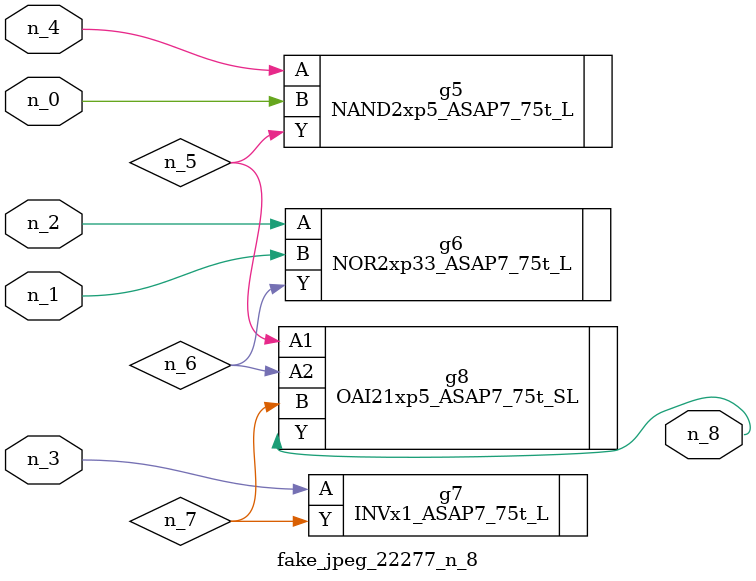
<source format=v>
module fake_jpeg_22277_n_8 (n_3, n_2, n_1, n_0, n_4, n_8);

input n_3;
input n_2;
input n_1;
input n_0;
input n_4;

output n_8;

wire n_6;
wire n_5;
wire n_7;

NAND2xp5_ASAP7_75t_L g5 ( 
.A(n_4),
.B(n_0),
.Y(n_5)
);

NOR2xp33_ASAP7_75t_L g6 ( 
.A(n_2),
.B(n_1),
.Y(n_6)
);

INVx1_ASAP7_75t_L g7 ( 
.A(n_3),
.Y(n_7)
);

OAI21xp5_ASAP7_75t_SL g8 ( 
.A1(n_5),
.A2(n_6),
.B(n_7),
.Y(n_8)
);


endmodule
</source>
